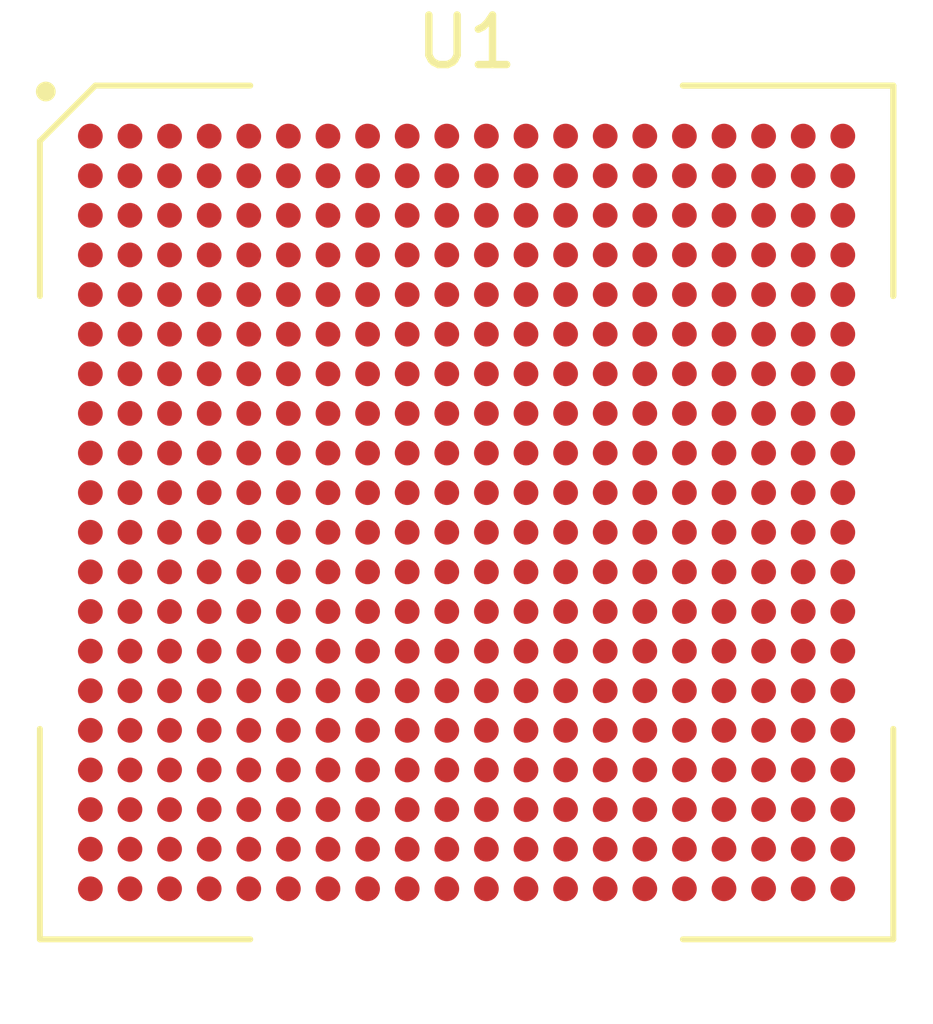
<source format=kicad_pcb>
(kicad_pcb (version 20171130) (host pcbnew "(5.1.4)-1")

  (general
    (thickness 1.6)
    (drawings 0)
    (tracks 0)
    (zones 0)
    (modules 1)
    (nets 11)
  )

  (page A3)
  (layers
    (0 F.Cu signal)
    (31 B.Cu signal)
    (32 B.Adhes user)
    (33 F.Adhes user)
    (34 B.Paste user)
    (35 F.Paste user)
    (36 B.SilkS user)
    (37 F.SilkS user)
    (38 B.Mask user)
    (39 F.Mask user)
    (40 Dwgs.User user)
    (41 Cmts.User user)
    (42 Eco1.User user)
    (43 Eco2.User user)
    (44 Edge.Cuts user)
    (45 Margin user)
    (46 B.CrtYd user)
    (47 F.CrtYd user)
    (48 B.Fab user)
    (49 F.Fab user)
  )

  (setup
    (last_trace_width 0.25)
    (trace_clearance 0.2)
    (zone_clearance 0.508)
    (zone_45_only no)
    (trace_min 0.2)
    (via_size 0.8)
    (via_drill 0.4)
    (via_min_size 0.4)
    (via_min_drill 0.3)
    (uvia_size 0.3)
    (uvia_drill 0.1)
    (uvias_allowed no)
    (uvia_min_size 0.2)
    (uvia_min_drill 0.1)
    (edge_width 0.05)
    (segment_width 0.2)
    (pcb_text_width 0.3)
    (pcb_text_size 1.5 1.5)
    (mod_edge_width 0.12)
    (mod_text_size 1 1)
    (mod_text_width 0.15)
    (pad_size 1.524 1.524)
    (pad_drill 0.762)
    (pad_to_mask_clearance 0.051)
    (solder_mask_min_width 0.25)
    (aux_axis_origin 0 0)
    (visible_elements 7FFFFFFF)
    (pcbplotparams
      (layerselection 0x010fc_ffffffff)
      (usegerberextensions false)
      (usegerberattributes false)
      (usegerberadvancedattributes false)
      (creategerberjobfile false)
      (excludeedgelayer true)
      (linewidth 0.100000)
      (plotframeref false)
      (viasonmask false)
      (mode 1)
      (useauxorigin false)
      (hpglpennumber 1)
      (hpglpenspeed 20)
      (hpglpendiameter 15.000000)
      (psnegative false)
      (psa4output false)
      (plotreference true)
      (plotvalue true)
      (plotinvisibletext false)
      (padsonsilk false)
      (subtractmaskfromsilk false)
      (outputformat 1)
      (mirror false)
      (drillshape 1)
      (scaleselection 1)
      (outputdirectory ""))
  )

  (net 0 "")
  (net 1 "Net-(U1-PadM10)")
  (net 2 "Net-(U1-PadL10)")
  (net 3 "Net-(U1-PadK10)")
  (net 4 "Net-(U1-PadJ10)")
  (net 5 "Net-(U1-PadM9)")
  (net 6 "Net-(U1-PadL9)")
  (net 7 "Net-(U1-PadK9)")
  (net 8 "Net-(U1-PadJ9)")
  (net 9 "Net-(U1-PadM6)")
  (net 10 GND)

  (net_class Default "Esta es la clase de red por defecto."
    (clearance 0.2)
    (trace_width 0.25)
    (via_dia 0.8)
    (via_drill 0.4)
    (uvia_dia 0.3)
    (uvia_drill 0.1)
    (add_net GND)
    (add_net "Net-(U1-PadJ10)")
    (add_net "Net-(U1-PadJ9)")
    (add_net "Net-(U1-PadK10)")
    (add_net "Net-(U1-PadK9)")
    (add_net "Net-(U1-PadL10)")
    (add_net "Net-(U1-PadL9)")
    (add_net "Net-(U1-PadM10)")
    (add_net "Net-(U1-PadM6)")
    (add_net "Net-(U1-PadM9)")
  )

  (module ZYNQ_7000:BGA-400_20x20_17.0x17.0mm (layer F.Cu) (tedit 0) (tstamp 5FE14F82)
    (at 275.59 105.41)
    (path /5FF23D7A)
    (attr smd)
    (fp_text reference U1 (at 0 -9.5) (layer F.SilkS)
      (effects (font (size 1 1) (thickness 0.15)))
    )
    (fp_text value XC7Z010-BUENO (at 0 9.5) (layer F.Fab)
      (effects (font (size 1 1) (thickness 0.15)))
    )
    (fp_line (start -9.4 9.4) (end -9.4 -9.4) (layer F.CrtYd) (width 0.05))
    (fp_line (start 9.4 9.4) (end -9.4 9.4) (layer F.CrtYd) (width 0.05))
    (fp_line (start 9.4 -9.4) (end 9.4 9.4) (layer F.CrtYd) (width 0.05))
    (fp_line (start -9.4 -9.4) (end 9.4 -9.4) (layer F.CrtYd) (width 0.05))
    (fp_circle (center -8.5 -8.5) (end -8.5 -8.4) (layer F.SilkS) (width 0.2))
    (fp_line (start -8.62 -7.5) (end -8.62 -4.37) (layer F.SilkS) (width 0.12))
    (fp_line (start -7.5 -8.62) (end -8.62 -7.5) (layer F.SilkS) (width 0.12))
    (fp_line (start -4.37 -8.62) (end -7.5 -8.62) (layer F.SilkS) (width 0.12))
    (fp_line (start -8.62 8.62) (end -8.62 4.37) (layer F.SilkS) (width 0.12))
    (fp_line (start -4.37 8.62) (end -8.62 8.62) (layer F.SilkS) (width 0.12))
    (fp_line (start 8.62 -8.62) (end 8.62 -4.37) (layer F.SilkS) (width 0.12))
    (fp_line (start 4.37 -8.62) (end 8.62 -8.62) (layer F.SilkS) (width 0.12))
    (fp_line (start 8.62 8.62) (end 8.62 4.37) (layer F.SilkS) (width 0.12))
    (fp_line (start 4.37 8.62) (end 8.62 8.62) (layer F.SilkS) (width 0.12))
    (fp_line (start 8.62 -8.62) (end 8.62 -4.37) (layer F.SilkS) (width 0.12))
    (fp_line (start 4.37 -8.62) (end 8.62 -8.62) (layer F.SilkS) (width 0.12))
    (fp_line (start 8.62 -8.62) (end 8.62 -4.37) (layer F.SilkS) (width 0.12))
    (fp_line (start 4.37 -8.62) (end 8.62 -8.62) (layer F.SilkS) (width 0.12))
    (fp_line (start 8.5 -8.5) (end -7.5 -8.5) (layer F.Fab) (width 0.1))
    (fp_line (start 8.5 8.5) (end 8.5 -8.5) (layer F.Fab) (width 0.1))
    (fp_line (start -8.5 8.5) (end 8.5 8.5) (layer F.Fab) (width 0.1))
    (fp_line (start -8.5 -7.5) (end -8.5 8.5) (layer F.Fab) (width 0.1))
    (fp_line (start -7.5 -8.5) (end -8.5 -7.5) (layer F.Fab) (width 0.1))
    (pad Y20 smd circle (at 7.6 7.6) (size 0.5 0.5) (layers F.Cu F.Paste F.Mask))
    (pad W20 smd circle (at 7.6 6.8) (size 0.5 0.5) (layers F.Cu F.Paste F.Mask))
    (pad V20 smd circle (at 7.6 6) (size 0.5 0.5) (layers F.Cu F.Paste F.Mask))
    (pad U20 smd circle (at 7.6 5.2) (size 0.5 0.5) (layers F.Cu F.Paste F.Mask))
    (pad T20 smd circle (at 7.6 4.4) (size 0.5 0.5) (layers F.Cu F.Paste F.Mask))
    (pad R20 smd circle (at 7.6 3.6) (size 0.5 0.5) (layers F.Cu F.Paste F.Mask))
    (pad P20 smd circle (at 7.6 2.8) (size 0.5 0.5) (layers F.Cu F.Paste F.Mask))
    (pad N20 smd circle (at 7.6 2) (size 0.5 0.5) (layers F.Cu F.Paste F.Mask))
    (pad M20 smd circle (at 7.6 1.2) (size 0.5 0.5) (layers F.Cu F.Paste F.Mask))
    (pad L20 smd circle (at 7.6 0.4) (size 0.5 0.5) (layers F.Cu F.Paste F.Mask))
    (pad K20 smd circle (at 7.6 -0.4) (size 0.5 0.5) (layers F.Cu F.Paste F.Mask))
    (pad J20 smd circle (at 7.6 -1.2) (size 0.5 0.5) (layers F.Cu F.Paste F.Mask))
    (pad H20 smd circle (at 7.6 -2) (size 0.5 0.5) (layers F.Cu F.Paste F.Mask))
    (pad G20 smd circle (at 7.6 -2.8) (size 0.5 0.5) (layers F.Cu F.Paste F.Mask))
    (pad F20 smd circle (at 7.6 -3.6) (size 0.5 0.5) (layers F.Cu F.Paste F.Mask))
    (pad E20 smd circle (at 7.6 -4.4) (size 0.5 0.5) (layers F.Cu F.Paste F.Mask))
    (pad D20 smd circle (at 7.6 -5.2) (size 0.5 0.5) (layers F.Cu F.Paste F.Mask))
    (pad C20 smd circle (at 7.6 -6) (size 0.5 0.5) (layers F.Cu F.Paste F.Mask))
    (pad B20 smd circle (at 7.6 -6.8) (size 0.5 0.5) (layers F.Cu F.Paste F.Mask))
    (pad A20 smd circle (at 7.6 -7.6) (size 0.5 0.5) (layers F.Cu F.Paste F.Mask))
    (pad Y19 smd circle (at 6.8 7.6) (size 0.5 0.5) (layers F.Cu F.Paste F.Mask))
    (pad W19 smd circle (at 6.8 6.8) (size 0.5 0.5) (layers F.Cu F.Paste F.Mask))
    (pad V19 smd circle (at 6.8 6) (size 0.5 0.5) (layers F.Cu F.Paste F.Mask))
    (pad U19 smd circle (at 6.8 5.2) (size 0.5 0.5) (layers F.Cu F.Paste F.Mask))
    (pad T19 smd circle (at 6.8 4.4) (size 0.5 0.5) (layers F.Cu F.Paste F.Mask))
    (pad R19 smd circle (at 6.8 3.6) (size 0.5 0.5) (layers F.Cu F.Paste F.Mask))
    (pad P19 smd circle (at 6.8 2.8) (size 0.5 0.5) (layers F.Cu F.Paste F.Mask))
    (pad N19 smd circle (at 6.8 2) (size 0.5 0.5) (layers F.Cu F.Paste F.Mask))
    (pad M19 smd circle (at 6.8 1.2) (size 0.5 0.5) (layers F.Cu F.Paste F.Mask))
    (pad L19 smd circle (at 6.8 0.4) (size 0.5 0.5) (layers F.Cu F.Paste F.Mask))
    (pad K19 smd circle (at 6.8 -0.4) (size 0.5 0.5) (layers F.Cu F.Paste F.Mask))
    (pad J19 smd circle (at 6.8 -1.2) (size 0.5 0.5) (layers F.Cu F.Paste F.Mask))
    (pad H19 smd circle (at 6.8 -2) (size 0.5 0.5) (layers F.Cu F.Paste F.Mask))
    (pad G19 smd circle (at 6.8 -2.8) (size 0.5 0.5) (layers F.Cu F.Paste F.Mask))
    (pad F19 smd circle (at 6.8 -3.6) (size 0.5 0.5) (layers F.Cu F.Paste F.Mask))
    (pad E19 smd circle (at 6.8 -4.4) (size 0.5 0.5) (layers F.Cu F.Paste F.Mask))
    (pad D19 smd circle (at 6.8 -5.2) (size 0.5 0.5) (layers F.Cu F.Paste F.Mask))
    (pad C19 smd circle (at 6.8 -6) (size 0.5 0.5) (layers F.Cu F.Paste F.Mask))
    (pad B19 smd circle (at 6.8 -6.8) (size 0.5 0.5) (layers F.Cu F.Paste F.Mask))
    (pad A19 smd circle (at 6.8 -7.6) (size 0.5 0.5) (layers F.Cu F.Paste F.Mask))
    (pad Y18 smd circle (at 6 7.6) (size 0.5 0.5) (layers F.Cu F.Paste F.Mask))
    (pad W18 smd circle (at 6 6.8) (size 0.5 0.5) (layers F.Cu F.Paste F.Mask))
    (pad V18 smd circle (at 6 6) (size 0.5 0.5) (layers F.Cu F.Paste F.Mask))
    (pad U18 smd circle (at 6 5.2) (size 0.5 0.5) (layers F.Cu F.Paste F.Mask))
    (pad T18 smd circle (at 6 4.4) (size 0.5 0.5) (layers F.Cu F.Paste F.Mask))
    (pad R18 smd circle (at 6 3.6) (size 0.5 0.5) (layers F.Cu F.Paste F.Mask))
    (pad P18 smd circle (at 6 2.8) (size 0.5 0.5) (layers F.Cu F.Paste F.Mask))
    (pad N18 smd circle (at 6 2) (size 0.5 0.5) (layers F.Cu F.Paste F.Mask))
    (pad M18 smd circle (at 6 1.2) (size 0.5 0.5) (layers F.Cu F.Paste F.Mask))
    (pad L18 smd circle (at 6 0.4) (size 0.5 0.5) (layers F.Cu F.Paste F.Mask))
    (pad K18 smd circle (at 6 -0.4) (size 0.5 0.5) (layers F.Cu F.Paste F.Mask))
    (pad J18 smd circle (at 6 -1.2) (size 0.5 0.5) (layers F.Cu F.Paste F.Mask))
    (pad H18 smd circle (at 6 -2) (size 0.5 0.5) (layers F.Cu F.Paste F.Mask))
    (pad G18 smd circle (at 6 -2.8) (size 0.5 0.5) (layers F.Cu F.Paste F.Mask))
    (pad F18 smd circle (at 6 -3.6) (size 0.5 0.5) (layers F.Cu F.Paste F.Mask))
    (pad E18 smd circle (at 6 -4.4) (size 0.5 0.5) (layers F.Cu F.Paste F.Mask))
    (pad D18 smd circle (at 6 -5.2) (size 0.5 0.5) (layers F.Cu F.Paste F.Mask))
    (pad C18 smd circle (at 6 -6) (size 0.5 0.5) (layers F.Cu F.Paste F.Mask))
    (pad B18 smd circle (at 6 -6.8) (size 0.5 0.5) (layers F.Cu F.Paste F.Mask))
    (pad A18 smd circle (at 6 -7.6) (size 0.5 0.5) (layers F.Cu F.Paste F.Mask))
    (pad Y17 smd circle (at 5.2 7.6) (size 0.5 0.5) (layers F.Cu F.Paste F.Mask))
    (pad W17 smd circle (at 5.2 6.8) (size 0.5 0.5) (layers F.Cu F.Paste F.Mask))
    (pad V17 smd circle (at 5.2 6) (size 0.5 0.5) (layers F.Cu F.Paste F.Mask))
    (pad U17 smd circle (at 5.2 5.2) (size 0.5 0.5) (layers F.Cu F.Paste F.Mask))
    (pad T17 smd circle (at 5.2 4.4) (size 0.5 0.5) (layers F.Cu F.Paste F.Mask))
    (pad R17 smd circle (at 5.2 3.6) (size 0.5 0.5) (layers F.Cu F.Paste F.Mask))
    (pad P17 smd circle (at 5.2 2.8) (size 0.5 0.5) (layers F.Cu F.Paste F.Mask))
    (pad N17 smd circle (at 5.2 2) (size 0.5 0.5) (layers F.Cu F.Paste F.Mask))
    (pad M17 smd circle (at 5.2 1.2) (size 0.5 0.5) (layers F.Cu F.Paste F.Mask))
    (pad L17 smd circle (at 5.2 0.4) (size 0.5 0.5) (layers F.Cu F.Paste F.Mask))
    (pad K17 smd circle (at 5.2 -0.4) (size 0.5 0.5) (layers F.Cu F.Paste F.Mask))
    (pad J17 smd circle (at 5.2 -1.2) (size 0.5 0.5) (layers F.Cu F.Paste F.Mask))
    (pad H17 smd circle (at 5.2 -2) (size 0.5 0.5) (layers F.Cu F.Paste F.Mask))
    (pad G17 smd circle (at 5.2 -2.8) (size 0.5 0.5) (layers F.Cu F.Paste F.Mask))
    (pad F17 smd circle (at 5.2 -3.6) (size 0.5 0.5) (layers F.Cu F.Paste F.Mask))
    (pad E17 smd circle (at 5.2 -4.4) (size 0.5 0.5) (layers F.Cu F.Paste F.Mask))
    (pad D17 smd circle (at 5.2 -5.2) (size 0.5 0.5) (layers F.Cu F.Paste F.Mask))
    (pad C17 smd circle (at 5.2 -6) (size 0.5 0.5) (layers F.Cu F.Paste F.Mask))
    (pad B17 smd circle (at 5.2 -6.8) (size 0.5 0.5) (layers F.Cu F.Paste F.Mask))
    (pad A17 smd circle (at 5.2 -7.6) (size 0.5 0.5) (layers F.Cu F.Paste F.Mask))
    (pad Y16 smd circle (at 4.4 7.6) (size 0.5 0.5) (layers F.Cu F.Paste F.Mask))
    (pad W16 smd circle (at 4.4 6.8) (size 0.5 0.5) (layers F.Cu F.Paste F.Mask))
    (pad V16 smd circle (at 4.4 6) (size 0.5 0.5) (layers F.Cu F.Paste F.Mask))
    (pad U16 smd circle (at 4.4 5.2) (size 0.5 0.5) (layers F.Cu F.Paste F.Mask))
    (pad T16 smd circle (at 4.4 4.4) (size 0.5 0.5) (layers F.Cu F.Paste F.Mask))
    (pad R16 smd circle (at 4.4 3.6) (size 0.5 0.5) (layers F.Cu F.Paste F.Mask))
    (pad P16 smd circle (at 4.4 2.8) (size 0.5 0.5) (layers F.Cu F.Paste F.Mask))
    (pad N16 smd circle (at 4.4 2) (size 0.5 0.5) (layers F.Cu F.Paste F.Mask))
    (pad M16 smd circle (at 4.4 1.2) (size 0.5 0.5) (layers F.Cu F.Paste F.Mask))
    (pad L16 smd circle (at 4.4 0.4) (size 0.5 0.5) (layers F.Cu F.Paste F.Mask))
    (pad K16 smd circle (at 4.4 -0.4) (size 0.5 0.5) (layers F.Cu F.Paste F.Mask))
    (pad J16 smd circle (at 4.4 -1.2) (size 0.5 0.5) (layers F.Cu F.Paste F.Mask))
    (pad H16 smd circle (at 4.4 -2) (size 0.5 0.5) (layers F.Cu F.Paste F.Mask))
    (pad G16 smd circle (at 4.4 -2.8) (size 0.5 0.5) (layers F.Cu F.Paste F.Mask))
    (pad F16 smd circle (at 4.4 -3.6) (size 0.5 0.5) (layers F.Cu F.Paste F.Mask))
    (pad E16 smd circle (at 4.4 -4.4) (size 0.5 0.5) (layers F.Cu F.Paste F.Mask))
    (pad D16 smd circle (at 4.4 -5.2) (size 0.5 0.5) (layers F.Cu F.Paste F.Mask))
    (pad C16 smd circle (at 4.4 -6) (size 0.5 0.5) (layers F.Cu F.Paste F.Mask))
    (pad B16 smd circle (at 4.4 -6.8) (size 0.5 0.5) (layers F.Cu F.Paste F.Mask))
    (pad A16 smd circle (at 4.4 -7.6) (size 0.5 0.5) (layers F.Cu F.Paste F.Mask))
    (pad Y15 smd circle (at 3.6 7.6) (size 0.5 0.5) (layers F.Cu F.Paste F.Mask))
    (pad W15 smd circle (at 3.6 6.8) (size 0.5 0.5) (layers F.Cu F.Paste F.Mask))
    (pad V15 smd circle (at 3.6 6) (size 0.5 0.5) (layers F.Cu F.Paste F.Mask))
    (pad U15 smd circle (at 3.6 5.2) (size 0.5 0.5) (layers F.Cu F.Paste F.Mask))
    (pad T15 smd circle (at 3.6 4.4) (size 0.5 0.5) (layers F.Cu F.Paste F.Mask))
    (pad R15 smd circle (at 3.6 3.6) (size 0.5 0.5) (layers F.Cu F.Paste F.Mask))
    (pad P15 smd circle (at 3.6 2.8) (size 0.5 0.5) (layers F.Cu F.Paste F.Mask))
    (pad N15 smd circle (at 3.6 2) (size 0.5 0.5) (layers F.Cu F.Paste F.Mask))
    (pad M15 smd circle (at 3.6 1.2) (size 0.5 0.5) (layers F.Cu F.Paste F.Mask))
    (pad L15 smd circle (at 3.6 0.4) (size 0.5 0.5) (layers F.Cu F.Paste F.Mask))
    (pad K15 smd circle (at 3.6 -0.4) (size 0.5 0.5) (layers F.Cu F.Paste F.Mask))
    (pad J15 smd circle (at 3.6 -1.2) (size 0.5 0.5) (layers F.Cu F.Paste F.Mask))
    (pad H15 smd circle (at 3.6 -2) (size 0.5 0.5) (layers F.Cu F.Paste F.Mask))
    (pad G15 smd circle (at 3.6 -2.8) (size 0.5 0.5) (layers F.Cu F.Paste F.Mask))
    (pad F15 smd circle (at 3.6 -3.6) (size 0.5 0.5) (layers F.Cu F.Paste F.Mask))
    (pad E15 smd circle (at 3.6 -4.4) (size 0.5 0.5) (layers F.Cu F.Paste F.Mask))
    (pad D15 smd circle (at 3.6 -5.2) (size 0.5 0.5) (layers F.Cu F.Paste F.Mask))
    (pad C15 smd circle (at 3.6 -6) (size 0.5 0.5) (layers F.Cu F.Paste F.Mask))
    (pad B15 smd circle (at 3.6 -6.8) (size 0.5 0.5) (layers F.Cu F.Paste F.Mask))
    (pad A15 smd circle (at 3.6 -7.6) (size 0.5 0.5) (layers F.Cu F.Paste F.Mask))
    (pad Y14 smd circle (at 2.8 7.6) (size 0.5 0.5) (layers F.Cu F.Paste F.Mask))
    (pad W14 smd circle (at 2.8 6.8) (size 0.5 0.5) (layers F.Cu F.Paste F.Mask))
    (pad V14 smd circle (at 2.8 6) (size 0.5 0.5) (layers F.Cu F.Paste F.Mask))
    (pad U14 smd circle (at 2.8 5.2) (size 0.5 0.5) (layers F.Cu F.Paste F.Mask))
    (pad T14 smd circle (at 2.8 4.4) (size 0.5 0.5) (layers F.Cu F.Paste F.Mask))
    (pad R14 smd circle (at 2.8 3.6) (size 0.5 0.5) (layers F.Cu F.Paste F.Mask))
    (pad P14 smd circle (at 2.8 2.8) (size 0.5 0.5) (layers F.Cu F.Paste F.Mask))
    (pad N14 smd circle (at 2.8 2) (size 0.5 0.5) (layers F.Cu F.Paste F.Mask))
    (pad M14 smd circle (at 2.8 1.2) (size 0.5 0.5) (layers F.Cu F.Paste F.Mask))
    (pad L14 smd circle (at 2.8 0.4) (size 0.5 0.5) (layers F.Cu F.Paste F.Mask))
    (pad K14 smd circle (at 2.8 -0.4) (size 0.5 0.5) (layers F.Cu F.Paste F.Mask))
    (pad J14 smd circle (at 2.8 -1.2) (size 0.5 0.5) (layers F.Cu F.Paste F.Mask))
    (pad H14 smd circle (at 2.8 -2) (size 0.5 0.5) (layers F.Cu F.Paste F.Mask))
    (pad G14 smd circle (at 2.8 -2.8) (size 0.5 0.5) (layers F.Cu F.Paste F.Mask))
    (pad F14 smd circle (at 2.8 -3.6) (size 0.5 0.5) (layers F.Cu F.Paste F.Mask))
    (pad E14 smd circle (at 2.8 -4.4) (size 0.5 0.5) (layers F.Cu F.Paste F.Mask))
    (pad D14 smd circle (at 2.8 -5.2) (size 0.5 0.5) (layers F.Cu F.Paste F.Mask))
    (pad C14 smd circle (at 2.8 -6) (size 0.5 0.5) (layers F.Cu F.Paste F.Mask))
    (pad B14 smd circle (at 2.8 -6.8) (size 0.5 0.5) (layers F.Cu F.Paste F.Mask))
    (pad A14 smd circle (at 2.8 -7.6) (size 0.5 0.5) (layers F.Cu F.Paste F.Mask))
    (pad Y13 smd circle (at 2 7.6) (size 0.5 0.5) (layers F.Cu F.Paste F.Mask))
    (pad W13 smd circle (at 2 6.8) (size 0.5 0.5) (layers F.Cu F.Paste F.Mask))
    (pad V13 smd circle (at 2 6) (size 0.5 0.5) (layers F.Cu F.Paste F.Mask))
    (pad U13 smd circle (at 2 5.2) (size 0.5 0.5) (layers F.Cu F.Paste F.Mask))
    (pad T13 smd circle (at 2 4.4) (size 0.5 0.5) (layers F.Cu F.Paste F.Mask))
    (pad R13 smd circle (at 2 3.6) (size 0.5 0.5) (layers F.Cu F.Paste F.Mask))
    (pad P13 smd circle (at 2 2.8) (size 0.5 0.5) (layers F.Cu F.Paste F.Mask))
    (pad N13 smd circle (at 2 2) (size 0.5 0.5) (layers F.Cu F.Paste F.Mask))
    (pad M13 smd circle (at 2 1.2) (size 0.5 0.5) (layers F.Cu F.Paste F.Mask))
    (pad L13 smd circle (at 2 0.4) (size 0.5 0.5) (layers F.Cu F.Paste F.Mask))
    (pad K13 smd circle (at 2 -0.4) (size 0.5 0.5) (layers F.Cu F.Paste F.Mask))
    (pad J13 smd circle (at 2 -1.2) (size 0.5 0.5) (layers F.Cu F.Paste F.Mask))
    (pad H13 smd circle (at 2 -2) (size 0.5 0.5) (layers F.Cu F.Paste F.Mask))
    (pad G13 smd circle (at 2 -2.8) (size 0.5 0.5) (layers F.Cu F.Paste F.Mask))
    (pad F13 smd circle (at 2 -3.6) (size 0.5 0.5) (layers F.Cu F.Paste F.Mask))
    (pad E13 smd circle (at 2 -4.4) (size 0.5 0.5) (layers F.Cu F.Paste F.Mask))
    (pad D13 smd circle (at 2 -5.2) (size 0.5 0.5) (layers F.Cu F.Paste F.Mask))
    (pad C13 smd circle (at 2 -6) (size 0.5 0.5) (layers F.Cu F.Paste F.Mask))
    (pad B13 smd circle (at 2 -6.8) (size 0.5 0.5) (layers F.Cu F.Paste F.Mask))
    (pad A13 smd circle (at 2 -7.6) (size 0.5 0.5) (layers F.Cu F.Paste F.Mask))
    (pad Y12 smd circle (at 1.2 7.6) (size 0.5 0.5) (layers F.Cu F.Paste F.Mask))
    (pad W12 smd circle (at 1.2 6.8) (size 0.5 0.5) (layers F.Cu F.Paste F.Mask))
    (pad V12 smd circle (at 1.2 6) (size 0.5 0.5) (layers F.Cu F.Paste F.Mask))
    (pad U12 smd circle (at 1.2 5.2) (size 0.5 0.5) (layers F.Cu F.Paste F.Mask))
    (pad T12 smd circle (at 1.2 4.4) (size 0.5 0.5) (layers F.Cu F.Paste F.Mask))
    (pad R12 smd circle (at 1.2 3.6) (size 0.5 0.5) (layers F.Cu F.Paste F.Mask))
    (pad P12 smd circle (at 1.2 2.8) (size 0.5 0.5) (layers F.Cu F.Paste F.Mask))
    (pad N12 smd circle (at 1.2 2) (size 0.5 0.5) (layers F.Cu F.Paste F.Mask))
    (pad M12 smd circle (at 1.2 1.2) (size 0.5 0.5) (layers F.Cu F.Paste F.Mask))
    (pad L12 smd circle (at 1.2 0.4) (size 0.5 0.5) (layers F.Cu F.Paste F.Mask))
    (pad K12 smd circle (at 1.2 -0.4) (size 0.5 0.5) (layers F.Cu F.Paste F.Mask))
    (pad J12 smd circle (at 1.2 -1.2) (size 0.5 0.5) (layers F.Cu F.Paste F.Mask))
    (pad H12 smd circle (at 1.2 -2) (size 0.5 0.5) (layers F.Cu F.Paste F.Mask))
    (pad G12 smd circle (at 1.2 -2.8) (size 0.5 0.5) (layers F.Cu F.Paste F.Mask))
    (pad F12 smd circle (at 1.2 -3.6) (size 0.5 0.5) (layers F.Cu F.Paste F.Mask))
    (pad E12 smd circle (at 1.2 -4.4) (size 0.5 0.5) (layers F.Cu F.Paste F.Mask))
    (pad D12 smd circle (at 1.2 -5.2) (size 0.5 0.5) (layers F.Cu F.Paste F.Mask))
    (pad C12 smd circle (at 1.2 -6) (size 0.5 0.5) (layers F.Cu F.Paste F.Mask))
    (pad B12 smd circle (at 1.2 -6.8) (size 0.5 0.5) (layers F.Cu F.Paste F.Mask))
    (pad A12 smd circle (at 1.2 -7.6) (size 0.5 0.5) (layers F.Cu F.Paste F.Mask))
    (pad Y11 smd circle (at 0.4 7.6) (size 0.5 0.5) (layers F.Cu F.Paste F.Mask))
    (pad W11 smd circle (at 0.4 6.8) (size 0.5 0.5) (layers F.Cu F.Paste F.Mask))
    (pad V11 smd circle (at 0.4 6) (size 0.5 0.5) (layers F.Cu F.Paste F.Mask))
    (pad U11 smd circle (at 0.4 5.2) (size 0.5 0.5) (layers F.Cu F.Paste F.Mask))
    (pad T11 smd circle (at 0.4 4.4) (size 0.5 0.5) (layers F.Cu F.Paste F.Mask))
    (pad R11 smd circle (at 0.4 3.6) (size 0.5 0.5) (layers F.Cu F.Paste F.Mask)
      (net 10 GND))
    (pad P11 smd circle (at 0.4 2.8) (size 0.5 0.5) (layers F.Cu F.Paste F.Mask))
    (pad N11 smd circle (at 0.4 2) (size 0.5 0.5) (layers F.Cu F.Paste F.Mask))
    (pad M11 smd circle (at 0.4 1.2) (size 0.5 0.5) (layers F.Cu F.Paste F.Mask))
    (pad L11 smd circle (at 0.4 0.4) (size 0.5 0.5) (layers F.Cu F.Paste F.Mask))
    (pad K11 smd circle (at 0.4 -0.4) (size 0.5 0.5) (layers F.Cu F.Paste F.Mask))
    (pad J11 smd circle (at 0.4 -1.2) (size 0.5 0.5) (layers F.Cu F.Paste F.Mask))
    (pad H11 smd circle (at 0.4 -2) (size 0.5 0.5) (layers F.Cu F.Paste F.Mask))
    (pad G11 smd circle (at 0.4 -2.8) (size 0.5 0.5) (layers F.Cu F.Paste F.Mask))
    (pad F11 smd circle (at 0.4 -3.6) (size 0.5 0.5) (layers F.Cu F.Paste F.Mask))
    (pad E11 smd circle (at 0.4 -4.4) (size 0.5 0.5) (layers F.Cu F.Paste F.Mask))
    (pad D11 smd circle (at 0.4 -5.2) (size 0.5 0.5) (layers F.Cu F.Paste F.Mask))
    (pad C11 smd circle (at 0.4 -6) (size 0.5 0.5) (layers F.Cu F.Paste F.Mask))
    (pad B11 smd circle (at 0.4 -6.8) (size 0.5 0.5) (layers F.Cu F.Paste F.Mask))
    (pad A11 smd circle (at 0.4 -7.6) (size 0.5 0.5) (layers F.Cu F.Paste F.Mask))
    (pad Y10 smd circle (at -0.4 7.6) (size 0.5 0.5) (layers F.Cu F.Paste F.Mask))
    (pad W10 smd circle (at -0.4 6.8) (size 0.5 0.5) (layers F.Cu F.Paste F.Mask))
    (pad V10 smd circle (at -0.4 6) (size 0.5 0.5) (layers F.Cu F.Paste F.Mask))
    (pad U10 smd circle (at -0.4 5.2) (size 0.5 0.5) (layers F.Cu F.Paste F.Mask))
    (pad T10 smd circle (at -0.4 4.4) (size 0.5 0.5) (layers F.Cu F.Paste F.Mask))
    (pad R10 smd circle (at -0.4 3.6) (size 0.5 0.5) (layers F.Cu F.Paste F.Mask)
      (net 10 GND))
    (pad P10 smd circle (at -0.4 2.8) (size 0.5 0.5) (layers F.Cu F.Paste F.Mask))
    (pad N10 smd circle (at -0.4 2) (size 0.5 0.5) (layers F.Cu F.Paste F.Mask))
    (pad M10 smd circle (at -0.4 1.2) (size 0.5 0.5) (layers F.Cu F.Paste F.Mask)
      (net 1 "Net-(U1-PadM10)"))
    (pad L10 smd circle (at -0.4 0.4) (size 0.5 0.5) (layers F.Cu F.Paste F.Mask)
      (net 2 "Net-(U1-PadL10)"))
    (pad K10 smd circle (at -0.4 -0.4) (size 0.5 0.5) (layers F.Cu F.Paste F.Mask)
      (net 3 "Net-(U1-PadK10)"))
    (pad J10 smd circle (at -0.4 -1.2) (size 0.5 0.5) (layers F.Cu F.Paste F.Mask)
      (net 4 "Net-(U1-PadJ10)"))
    (pad H10 smd circle (at -0.4 -2) (size 0.5 0.5) (layers F.Cu F.Paste F.Mask))
    (pad G10 smd circle (at -0.4 -2.8) (size 0.5 0.5) (layers F.Cu F.Paste F.Mask))
    (pad F10 smd circle (at -0.4 -3.6) (size 0.5 0.5) (layers F.Cu F.Paste F.Mask)
      (net 10 GND))
    (pad E10 smd circle (at -0.4 -4.4) (size 0.5 0.5) (layers F.Cu F.Paste F.Mask))
    (pad D10 smd circle (at -0.4 -5.2) (size 0.5 0.5) (layers F.Cu F.Paste F.Mask))
    (pad C10 smd circle (at -0.4 -6) (size 0.5 0.5) (layers F.Cu F.Paste F.Mask))
    (pad B10 smd circle (at -0.4 -6.8) (size 0.5 0.5) (layers F.Cu F.Paste F.Mask))
    (pad A10 smd circle (at -0.4 -7.6) (size 0.5 0.5) (layers F.Cu F.Paste F.Mask))
    (pad Y9 smd circle (at -1.2 7.6) (size 0.5 0.5) (layers F.Cu F.Paste F.Mask))
    (pad W9 smd circle (at -1.2 6.8) (size 0.5 0.5) (layers F.Cu F.Paste F.Mask))
    (pad V9 smd circle (at -1.2 6) (size 0.5 0.5) (layers F.Cu F.Paste F.Mask))
    (pad U9 smd circle (at -1.2 5.2) (size 0.5 0.5) (layers F.Cu F.Paste F.Mask))
    (pad T9 smd circle (at -1.2 4.4) (size 0.5 0.5) (layers F.Cu F.Paste F.Mask))
    (pad R9 smd circle (at -1.2 3.6) (size 0.5 0.5) (layers F.Cu F.Paste F.Mask))
    (pad P9 smd circle (at -1.2 2.8) (size 0.5 0.5) (layers F.Cu F.Paste F.Mask))
    (pad N9 smd circle (at -1.2 2) (size 0.5 0.5) (layers F.Cu F.Paste F.Mask))
    (pad M9 smd circle (at -1.2 1.2) (size 0.5 0.5) (layers F.Cu F.Paste F.Mask)
      (net 5 "Net-(U1-PadM9)"))
    (pad L9 smd circle (at -1.2 0.4) (size 0.5 0.5) (layers F.Cu F.Paste F.Mask)
      (net 6 "Net-(U1-PadL9)"))
    (pad K9 smd circle (at -1.2 -0.4) (size 0.5 0.5) (layers F.Cu F.Paste F.Mask)
      (net 7 "Net-(U1-PadK9)"))
    (pad J9 smd circle (at -1.2 -1.2) (size 0.5 0.5) (layers F.Cu F.Paste F.Mask)
      (net 8 "Net-(U1-PadJ9)"))
    (pad H9 smd circle (at -1.2 -2) (size 0.5 0.5) (layers F.Cu F.Paste F.Mask))
    (pad G9 smd circle (at -1.2 -2.8) (size 0.5 0.5) (layers F.Cu F.Paste F.Mask))
    (pad F9 smd circle (at -1.2 -3.6) (size 0.5 0.5) (layers F.Cu F.Paste F.Mask)
      (net 10 GND))
    (pad E9 smd circle (at -1.2 -4.4) (size 0.5 0.5) (layers F.Cu F.Paste F.Mask))
    (pad D9 smd circle (at -1.2 -5.2) (size 0.5 0.5) (layers F.Cu F.Paste F.Mask))
    (pad C9 smd circle (at -1.2 -6) (size 0.5 0.5) (layers F.Cu F.Paste F.Mask))
    (pad B9 smd circle (at -1.2 -6.8) (size 0.5 0.5) (layers F.Cu F.Paste F.Mask))
    (pad A9 smd circle (at -1.2 -7.6) (size 0.5 0.5) (layers F.Cu F.Paste F.Mask))
    (pad Y8 smd circle (at -2 7.6) (size 0.5 0.5) (layers F.Cu F.Paste F.Mask))
    (pad W8 smd circle (at -2 6.8) (size 0.5 0.5) (layers F.Cu F.Paste F.Mask))
    (pad V8 smd circle (at -2 6) (size 0.5 0.5) (layers F.Cu F.Paste F.Mask))
    (pad U8 smd circle (at -2 5.2) (size 0.5 0.5) (layers F.Cu F.Paste F.Mask))
    (pad T8 smd circle (at -2 4.4) (size 0.5 0.5) (layers F.Cu F.Paste F.Mask))
    (pad R8 smd circle (at -2 3.6) (size 0.5 0.5) (layers F.Cu F.Paste F.Mask))
    (pad P8 smd circle (at -2 2.8) (size 0.5 0.5) (layers F.Cu F.Paste F.Mask))
    (pad N8 smd circle (at -2 2) (size 0.5 0.5) (layers F.Cu F.Paste F.Mask))
    (pad M8 smd circle (at -2 1.2) (size 0.5 0.5) (layers F.Cu F.Paste F.Mask))
    (pad L8 smd circle (at -2 0.4) (size 0.5 0.5) (layers F.Cu F.Paste F.Mask))
    (pad K8 smd circle (at -2 -0.4) (size 0.5 0.5) (layers F.Cu F.Paste F.Mask))
    (pad J8 smd circle (at -2 -1.2) (size 0.5 0.5) (layers F.Cu F.Paste F.Mask))
    (pad H8 smd circle (at -2 -2) (size 0.5 0.5) (layers F.Cu F.Paste F.Mask))
    (pad G8 smd circle (at -2 -2.8) (size 0.5 0.5) (layers F.Cu F.Paste F.Mask))
    (pad F8 smd circle (at -2 -3.6) (size 0.5 0.5) (layers F.Cu F.Paste F.Mask))
    (pad E8 smd circle (at -2 -4.4) (size 0.5 0.5) (layers F.Cu F.Paste F.Mask))
    (pad D8 smd circle (at -2 -5.2) (size 0.5 0.5) (layers F.Cu F.Paste F.Mask))
    (pad C8 smd circle (at -2 -6) (size 0.5 0.5) (layers F.Cu F.Paste F.Mask))
    (pad B8 smd circle (at -2 -6.8) (size 0.5 0.5) (layers F.Cu F.Paste F.Mask))
    (pad A8 smd circle (at -2 -7.6) (size 0.5 0.5) (layers F.Cu F.Paste F.Mask))
    (pad Y7 smd circle (at -2.8 7.6) (size 0.5 0.5) (layers F.Cu F.Paste F.Mask))
    (pad W7 smd circle (at -2.8 6.8) (size 0.5 0.5) (layers F.Cu F.Paste F.Mask))
    (pad V7 smd circle (at -2.8 6) (size 0.5 0.5) (layers F.Cu F.Paste F.Mask))
    (pad U7 smd circle (at -2.8 5.2) (size 0.5 0.5) (layers F.Cu F.Paste F.Mask))
    (pad T7 smd circle (at -2.8 4.4) (size 0.5 0.5) (layers F.Cu F.Paste F.Mask))
    (pad R7 smd circle (at -2.8 3.6) (size 0.5 0.5) (layers F.Cu F.Paste F.Mask))
    (pad P7 smd circle (at -2.8 2.8) (size 0.5 0.5) (layers F.Cu F.Paste F.Mask))
    (pad N7 smd circle (at -2.8 2) (size 0.5 0.5) (layers F.Cu F.Paste F.Mask))
    (pad M7 smd circle (at -2.8 1.2) (size 0.5 0.5) (layers F.Cu F.Paste F.Mask))
    (pad L7 smd circle (at -2.8 0.4) (size 0.5 0.5) (layers F.Cu F.Paste F.Mask))
    (pad K7 smd circle (at -2.8 -0.4) (size 0.5 0.5) (layers F.Cu F.Paste F.Mask))
    (pad J7 smd circle (at -2.8 -1.2) (size 0.5 0.5) (layers F.Cu F.Paste F.Mask))
    (pad H7 smd circle (at -2.8 -2) (size 0.5 0.5) (layers F.Cu F.Paste F.Mask))
    (pad G7 smd circle (at -2.8 -2.8) (size 0.5 0.5) (layers F.Cu F.Paste F.Mask))
    (pad F7 smd circle (at -2.8 -3.6) (size 0.5 0.5) (layers F.Cu F.Paste F.Mask))
    (pad E7 smd circle (at -2.8 -4.4) (size 0.5 0.5) (layers F.Cu F.Paste F.Mask))
    (pad D7 smd circle (at -2.8 -5.2) (size 0.5 0.5) (layers F.Cu F.Paste F.Mask))
    (pad C7 smd circle (at -2.8 -6) (size 0.5 0.5) (layers F.Cu F.Paste F.Mask))
    (pad B7 smd circle (at -2.8 -6.8) (size 0.5 0.5) (layers F.Cu F.Paste F.Mask))
    (pad A7 smd circle (at -2.8 -7.6) (size 0.5 0.5) (layers F.Cu F.Paste F.Mask))
    (pad Y6 smd circle (at -3.6 7.6) (size 0.5 0.5) (layers F.Cu F.Paste F.Mask))
    (pad W6 smd circle (at -3.6 6.8) (size 0.5 0.5) (layers F.Cu F.Paste F.Mask))
    (pad V6 smd circle (at -3.6 6) (size 0.5 0.5) (layers F.Cu F.Paste F.Mask))
    (pad U6 smd circle (at -3.6 5.2) (size 0.5 0.5) (layers F.Cu F.Paste F.Mask))
    (pad T6 smd circle (at -3.6 4.4) (size 0.5 0.5) (layers F.Cu F.Paste F.Mask)
      (net 10 GND))
    (pad R6 smd circle (at -3.6 3.6) (size 0.5 0.5) (layers F.Cu F.Paste F.Mask)
      (net 10 GND))
    (pad P6 smd circle (at -3.6 2.8) (size 0.5 0.5) (layers F.Cu F.Paste F.Mask))
    (pad N6 smd circle (at -3.6 2) (size 0.5 0.5) (layers F.Cu F.Paste F.Mask)
      (net 10 GND))
    (pad M6 smd circle (at -3.6 1.2) (size 0.5 0.5) (layers F.Cu F.Paste F.Mask)
      (net 9 "Net-(U1-PadM6)"))
    (pad L6 smd circle (at -3.6 0.4) (size 0.5 0.5) (layers F.Cu F.Paste F.Mask)
      (net 10 GND))
    (pad K6 smd circle (at -3.6 -0.4) (size 0.5 0.5) (layers F.Cu F.Paste F.Mask))
    (pad J6 smd circle (at -3.6 -1.2) (size 0.5 0.5) (layers F.Cu F.Paste F.Mask)
      (net 10 GND))
    (pad H6 smd circle (at -3.6 -2) (size 0.5 0.5) (layers F.Cu F.Paste F.Mask))
    (pad G6 smd circle (at -3.6 -2.8) (size 0.5 0.5) (layers F.Cu F.Paste F.Mask)
      (net 10 GND))
    (pad F6 smd circle (at -3.6 -3.6) (size 0.5 0.5) (layers F.Cu F.Paste F.Mask)
      (net 10 GND))
    (pad E6 smd circle (at -3.6 -4.4) (size 0.5 0.5) (layers F.Cu F.Paste F.Mask))
    (pad D6 smd circle (at -3.6 -5.2) (size 0.5 0.5) (layers F.Cu F.Paste F.Mask))
    (pad C6 smd circle (at -3.6 -6) (size 0.5 0.5) (layers F.Cu F.Paste F.Mask))
    (pad B6 smd circle (at -3.6 -6.8) (size 0.5 0.5) (layers F.Cu F.Paste F.Mask))
    (pad A6 smd circle (at -3.6 -7.6) (size 0.5 0.5) (layers F.Cu F.Paste F.Mask))
    (pad Y5 smd circle (at -4.4 7.6) (size 0.5 0.5) (layers F.Cu F.Paste F.Mask))
    (pad W5 smd circle (at -4.4 6.8) (size 0.5 0.5) (layers F.Cu F.Paste F.Mask))
    (pad V5 smd circle (at -4.4 6) (size 0.5 0.5) (layers F.Cu F.Paste F.Mask))
    (pad U5 smd circle (at -4.4 5.2) (size 0.5 0.5) (layers F.Cu F.Paste F.Mask))
    (pad T5 smd circle (at -4.4 4.4) (size 0.5 0.5) (layers F.Cu F.Paste F.Mask))
    (pad R5 smd circle (at -4.4 3.6) (size 0.5 0.5) (layers F.Cu F.Paste F.Mask))
    (pad P5 smd circle (at -4.4 2.8) (size 0.5 0.5) (layers F.Cu F.Paste F.Mask))
    (pad N5 smd circle (at -4.4 2) (size 0.5 0.5) (layers F.Cu F.Paste F.Mask))
    (pad M5 smd circle (at -4.4 1.2) (size 0.5 0.5) (layers F.Cu F.Paste F.Mask))
    (pad L5 smd circle (at -4.4 0.4) (size 0.5 0.5) (layers F.Cu F.Paste F.Mask))
    (pad K5 smd circle (at -4.4 -0.4) (size 0.5 0.5) (layers F.Cu F.Paste F.Mask))
    (pad J5 smd circle (at -4.4 -1.2) (size 0.5 0.5) (layers F.Cu F.Paste F.Mask))
    (pad H5 smd circle (at -4.4 -2) (size 0.5 0.5) (layers F.Cu F.Paste F.Mask))
    (pad G5 smd circle (at -4.4 -2.8) (size 0.5 0.5) (layers F.Cu F.Paste F.Mask))
    (pad F5 smd circle (at -4.4 -3.6) (size 0.5 0.5) (layers F.Cu F.Paste F.Mask))
    (pad E5 smd circle (at -4.4 -4.4) (size 0.5 0.5) (layers F.Cu F.Paste F.Mask))
    (pad D5 smd circle (at -4.4 -5.2) (size 0.5 0.5) (layers F.Cu F.Paste F.Mask))
    (pad C5 smd circle (at -4.4 -6) (size 0.5 0.5) (layers F.Cu F.Paste F.Mask))
    (pad B5 smd circle (at -4.4 -6.8) (size 0.5 0.5) (layers F.Cu F.Paste F.Mask))
    (pad A5 smd circle (at -4.4 -7.6) (size 0.5 0.5) (layers F.Cu F.Paste F.Mask))
    (pad Y4 smd circle (at -5.2 7.6) (size 0.5 0.5) (layers F.Cu F.Paste F.Mask))
    (pad W4 smd circle (at -5.2 6.8) (size 0.5 0.5) (layers F.Cu F.Paste F.Mask))
    (pad V4 smd circle (at -5.2 6) (size 0.5 0.5) (layers F.Cu F.Paste F.Mask))
    (pad U4 smd circle (at -5.2 5.2) (size 0.5 0.5) (layers F.Cu F.Paste F.Mask))
    (pad T4 smd circle (at -5.2 4.4) (size 0.5 0.5) (layers F.Cu F.Paste F.Mask))
    (pad R4 smd circle (at -5.2 3.6) (size 0.5 0.5) (layers F.Cu F.Paste F.Mask))
    (pad P4 smd circle (at -5.2 2.8) (size 0.5 0.5) (layers F.Cu F.Paste F.Mask))
    (pad N4 smd circle (at -5.2 2) (size 0.5 0.5) (layers F.Cu F.Paste F.Mask))
    (pad M4 smd circle (at -5.2 1.2) (size 0.5 0.5) (layers F.Cu F.Paste F.Mask))
    (pad L4 smd circle (at -5.2 0.4) (size 0.5 0.5) (layers F.Cu F.Paste F.Mask))
    (pad K4 smd circle (at -5.2 -0.4) (size 0.5 0.5) (layers F.Cu F.Paste F.Mask))
    (pad J4 smd circle (at -5.2 -1.2) (size 0.5 0.5) (layers F.Cu F.Paste F.Mask))
    (pad H4 smd circle (at -5.2 -2) (size 0.5 0.5) (layers F.Cu F.Paste F.Mask))
    (pad G4 smd circle (at -5.2 -2.8) (size 0.5 0.5) (layers F.Cu F.Paste F.Mask))
    (pad F4 smd circle (at -5.2 -3.6) (size 0.5 0.5) (layers F.Cu F.Paste F.Mask))
    (pad E4 smd circle (at -5.2 -4.4) (size 0.5 0.5) (layers F.Cu F.Paste F.Mask))
    (pad D4 smd circle (at -5.2 -5.2) (size 0.5 0.5) (layers F.Cu F.Paste F.Mask))
    (pad C4 smd circle (at -5.2 -6) (size 0.5 0.5) (layers F.Cu F.Paste F.Mask))
    (pad B4 smd circle (at -5.2 -6.8) (size 0.5 0.5) (layers F.Cu F.Paste F.Mask))
    (pad A4 smd circle (at -5.2 -7.6) (size 0.5 0.5) (layers F.Cu F.Paste F.Mask))
    (pad Y3 smd circle (at -6 7.6) (size 0.5 0.5) (layers F.Cu F.Paste F.Mask))
    (pad W3 smd circle (at -6 6.8) (size 0.5 0.5) (layers F.Cu F.Paste F.Mask))
    (pad V3 smd circle (at -6 6) (size 0.5 0.5) (layers F.Cu F.Paste F.Mask))
    (pad U3 smd circle (at -6 5.2) (size 0.5 0.5) (layers F.Cu F.Paste F.Mask))
    (pad T3 smd circle (at -6 4.4) (size 0.5 0.5) (layers F.Cu F.Paste F.Mask))
    (pad R3 smd circle (at -6 3.6) (size 0.5 0.5) (layers F.Cu F.Paste F.Mask))
    (pad P3 smd circle (at -6 2.8) (size 0.5 0.5) (layers F.Cu F.Paste F.Mask))
    (pad N3 smd circle (at -6 2) (size 0.5 0.5) (layers F.Cu F.Paste F.Mask))
    (pad M3 smd circle (at -6 1.2) (size 0.5 0.5) (layers F.Cu F.Paste F.Mask))
    (pad L3 smd circle (at -6 0.4) (size 0.5 0.5) (layers F.Cu F.Paste F.Mask))
    (pad K3 smd circle (at -6 -0.4) (size 0.5 0.5) (layers F.Cu F.Paste F.Mask))
    (pad J3 smd circle (at -6 -1.2) (size 0.5 0.5) (layers F.Cu F.Paste F.Mask))
    (pad H3 smd circle (at -6 -2) (size 0.5 0.5) (layers F.Cu F.Paste F.Mask))
    (pad G3 smd circle (at -6 -2.8) (size 0.5 0.5) (layers F.Cu F.Paste F.Mask))
    (pad F3 smd circle (at -6 -3.6) (size 0.5 0.5) (layers F.Cu F.Paste F.Mask))
    (pad E3 smd circle (at -6 -4.4) (size 0.5 0.5) (layers F.Cu F.Paste F.Mask))
    (pad D3 smd circle (at -6 -5.2) (size 0.5 0.5) (layers F.Cu F.Paste F.Mask))
    (pad C3 smd circle (at -6 -6) (size 0.5 0.5) (layers F.Cu F.Paste F.Mask))
    (pad B3 smd circle (at -6 -6.8) (size 0.5 0.5) (layers F.Cu F.Paste F.Mask))
    (pad A3 smd circle (at -6 -7.6) (size 0.5 0.5) (layers F.Cu F.Paste F.Mask))
    (pad Y2 smd circle (at -6.8 7.6) (size 0.5 0.5) (layers F.Cu F.Paste F.Mask))
    (pad W2 smd circle (at -6.8 6.8) (size 0.5 0.5) (layers F.Cu F.Paste F.Mask))
    (pad V2 smd circle (at -6.8 6) (size 0.5 0.5) (layers F.Cu F.Paste F.Mask))
    (pad U2 smd circle (at -6.8 5.2) (size 0.5 0.5) (layers F.Cu F.Paste F.Mask))
    (pad T2 smd circle (at -6.8 4.4) (size 0.5 0.5) (layers F.Cu F.Paste F.Mask))
    (pad R2 smd circle (at -6.8 3.6) (size 0.5 0.5) (layers F.Cu F.Paste F.Mask))
    (pad P2 smd circle (at -6.8 2.8) (size 0.5 0.5) (layers F.Cu F.Paste F.Mask))
    (pad N2 smd circle (at -6.8 2) (size 0.5 0.5) (layers F.Cu F.Paste F.Mask))
    (pad M2 smd circle (at -6.8 1.2) (size 0.5 0.5) (layers F.Cu F.Paste F.Mask))
    (pad L2 smd circle (at -6.8 0.4) (size 0.5 0.5) (layers F.Cu F.Paste F.Mask))
    (pad K2 smd circle (at -6.8 -0.4) (size 0.5 0.5) (layers F.Cu F.Paste F.Mask))
    (pad J2 smd circle (at -6.8 -1.2) (size 0.5 0.5) (layers F.Cu F.Paste F.Mask))
    (pad H2 smd circle (at -6.8 -2) (size 0.5 0.5) (layers F.Cu F.Paste F.Mask))
    (pad G2 smd circle (at -6.8 -2.8) (size 0.5 0.5) (layers F.Cu F.Paste F.Mask))
    (pad F2 smd circle (at -6.8 -3.6) (size 0.5 0.5) (layers F.Cu F.Paste F.Mask))
    (pad E2 smd circle (at -6.8 -4.4) (size 0.5 0.5) (layers F.Cu F.Paste F.Mask))
    (pad D2 smd circle (at -6.8 -5.2) (size 0.5 0.5) (layers F.Cu F.Paste F.Mask))
    (pad C2 smd circle (at -6.8 -6) (size 0.5 0.5) (layers F.Cu F.Paste F.Mask))
    (pad B2 smd circle (at -6.8 -6.8) (size 0.5 0.5) (layers F.Cu F.Paste F.Mask))
    (pad A2 smd circle (at -6.8 -7.6) (size 0.5 0.5) (layers F.Cu F.Paste F.Mask))
    (pad Y1 smd circle (at -7.6 7.6) (size 0.5 0.5) (layers F.Cu F.Paste F.Mask))
    (pad W1 smd circle (at -7.6 6.8) (size 0.5 0.5) (layers F.Cu F.Paste F.Mask))
    (pad V1 smd circle (at -7.6 6) (size 0.5 0.5) (layers F.Cu F.Paste F.Mask))
    (pad U1 smd circle (at -7.6 5.2) (size 0.5 0.5) (layers F.Cu F.Paste F.Mask))
    (pad T1 smd circle (at -7.6 4.4) (size 0.5 0.5) (layers F.Cu F.Paste F.Mask))
    (pad R1 smd circle (at -7.6 3.6) (size 0.5 0.5) (layers F.Cu F.Paste F.Mask))
    (pad P1 smd circle (at -7.6 2.8) (size 0.5 0.5) (layers F.Cu F.Paste F.Mask))
    (pad N1 smd circle (at -7.6 2) (size 0.5 0.5) (layers F.Cu F.Paste F.Mask))
    (pad M1 smd circle (at -7.6 1.2) (size 0.5 0.5) (layers F.Cu F.Paste F.Mask))
    (pad L1 smd circle (at -7.6 0.4) (size 0.5 0.5) (layers F.Cu F.Paste F.Mask))
    (pad K1 smd circle (at -7.6 -0.4) (size 0.5 0.5) (layers F.Cu F.Paste F.Mask))
    (pad J1 smd circle (at -7.6 -1.2) (size 0.5 0.5) (layers F.Cu F.Paste F.Mask))
    (pad H1 smd circle (at -7.6 -2) (size 0.5 0.5) (layers F.Cu F.Paste F.Mask))
    (pad G1 smd circle (at -7.6 -2.8) (size 0.5 0.5) (layers F.Cu F.Paste F.Mask))
    (pad F1 smd circle (at -7.6 -3.6) (size 0.5 0.5) (layers F.Cu F.Paste F.Mask))
    (pad E1 smd circle (at -7.6 -4.4) (size 0.5 0.5) (layers F.Cu F.Paste F.Mask))
    (pad D1 smd circle (at -7.6 -5.2) (size 0.5 0.5) (layers F.Cu F.Paste F.Mask))
    (pad C1 smd circle (at -7.6 -6) (size 0.5 0.5) (layers F.Cu F.Paste F.Mask))
    (pad B1 smd circle (at -7.6 -6.8) (size 0.5 0.5) (layers F.Cu F.Paste F.Mask))
    (pad A1 smd circle (at -7.6 -7.6) (size 0.5 0.5) (layers F.Cu F.Paste F.Mask))
  )

)

</source>
